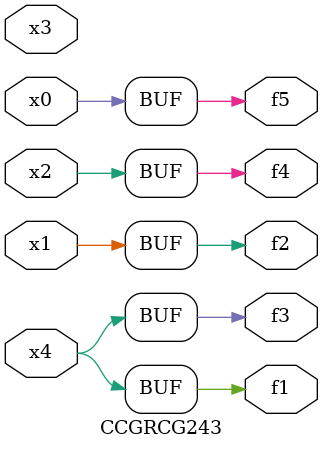
<source format=v>
module CCGRCG243(
	input x0, x1, x2, x3, x4,
	output f1, f2, f3, f4, f5
);
	assign f1 = x4;
	assign f2 = x1;
	assign f3 = x4;
	assign f4 = x2;
	assign f5 = x0;
endmodule

</source>
